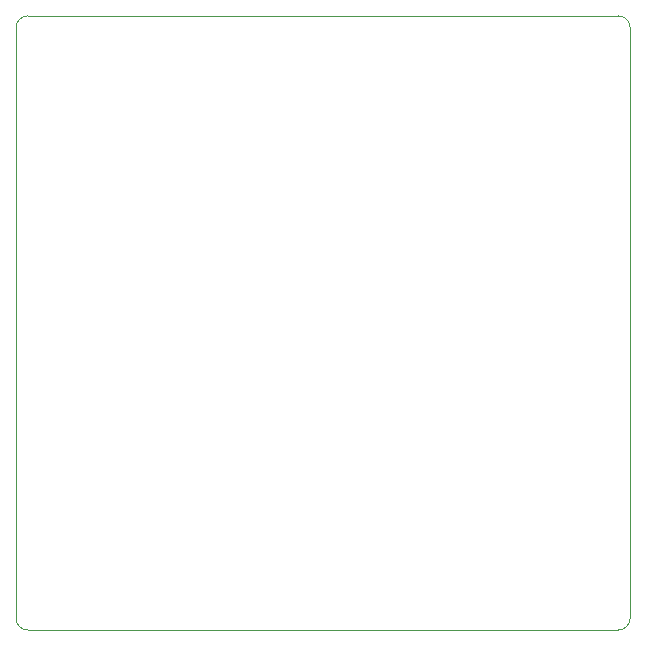
<source format=gbr>
%TF.GenerationSoftware,KiCad,Pcbnew,8.0.1*%
%TF.CreationDate,2024-04-17T21:00:08+02:00*%
%TF.ProjectId,STM32_Dev_Board,53544d33-325f-4446-9576-5f426f617264,rev?*%
%TF.SameCoordinates,Original*%
%TF.FileFunction,Profile,NP*%
%FSLAX46Y46*%
G04 Gerber Fmt 4.6, Leading zero omitted, Abs format (unit mm)*
G04 Created by KiCad (PCBNEW 8.0.1) date 2024-04-17 21:00:08*
%MOMM*%
%LPD*%
G01*
G04 APERTURE LIST*
%TA.AperFunction,Profile*%
%ADD10C,0.100000*%
%TD*%
G04 APERTURE END LIST*
D10*
X231000000Y-54000000D02*
G75*
G02*
X232000000Y-55000000I0J-1000000D01*
G01*
X180000000Y-55000000D02*
G75*
G02*
X181000000Y-54000000I1000000J0D01*
G01*
X181000000Y-106000000D02*
G75*
G02*
X180000000Y-105000000I0J1000000D01*
G01*
X180000000Y-105000000D02*
X180000000Y-55000000D01*
X181000000Y-54000000D02*
X231000000Y-54000000D01*
X231000000Y-106000000D02*
X181000000Y-106000000D01*
X232000000Y-105000000D02*
G75*
G02*
X231000000Y-106000000I-1000000J0D01*
G01*
X232000000Y-55000000D02*
X232000000Y-105000000D01*
M02*

</source>
